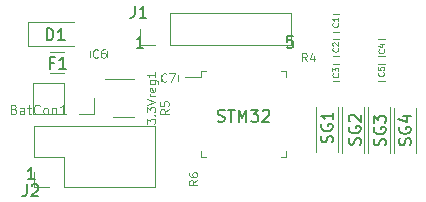
<source format=gbr>
%TF.GenerationSoftware,KiCad,Pcbnew,(5.1.8)-1*%
%TF.CreationDate,2020-12-26T00:02:07-07:00*%
%TF.ProjectId,Axle-Tx-PCB(STM32)v2,41786c65-2d54-4782-9d50-43422853544d,rev?*%
%TF.SameCoordinates,Original*%
%TF.FileFunction,Legend,Top*%
%TF.FilePolarity,Positive*%
%FSLAX46Y46*%
G04 Gerber Fmt 4.6, Leading zero omitted, Abs format (unit mm)*
G04 Created by KiCad (PCBNEW (5.1.8)-1) date 2020-12-26 00:02:07*
%MOMM*%
%LPD*%
G01*
G04 APERTURE LIST*
%ADD10C,0.150000*%
%ADD11C,0.120000*%
%ADD12C,0.100000*%
G04 APERTURE END LIST*
D10*
X4679914Y5719819D02*
X4108485Y5719819D01*
X4394200Y5719819D02*
X4394200Y6719819D01*
X4298961Y6576961D01*
X4203723Y6481723D01*
X4108485Y6434104D01*
X26539795Y17832319D02*
X26063604Y17832319D01*
X26015985Y17356128D01*
X26063604Y17403747D01*
X26158842Y17451366D01*
X26396938Y17451366D01*
X26492176Y17403747D01*
X26539795Y17356128D01*
X26587414Y17260890D01*
X26587414Y17022795D01*
X26539795Y16927557D01*
X26492176Y16879938D01*
X26396938Y16832319D01*
X26158842Y16832319D01*
X26063604Y16879938D01*
X26015985Y16927557D01*
X13887414Y16832319D02*
X13315985Y16832319D01*
X13601700Y16832319D02*
X13601700Y17832319D01*
X13506461Y17689461D01*
X13411223Y17594223D01*
X13315985Y17546604D01*
D11*
%TO.C,SG4*%
X35097200Y7935200D02*
X35097200Y11775200D01*
X36937200Y7935200D02*
X36937200Y11775200D01*
%TO.C,STM32*%
X25512000Y7616800D02*
X25962000Y7616800D01*
X25962000Y7616800D02*
X25962000Y8066800D01*
X19192000Y7616800D02*
X18742000Y7616800D01*
X18742000Y7616800D02*
X18742000Y8066800D01*
X25512000Y14836800D02*
X25962000Y14836800D01*
X25962000Y14836800D02*
X25962000Y14386800D01*
X19192000Y14836800D02*
X18742000Y14836800D01*
X18742000Y14836800D02*
X18742000Y14386800D01*
X18742000Y14386800D02*
X17452000Y14386800D01*
%TO.C,3.3Vreg1*%
X11292000Y10937600D02*
X13092000Y10937600D01*
X13092000Y14157600D02*
X10642000Y14157600D01*
%TO.C,J2*%
X14868200Y5020000D02*
X14868200Y10220000D01*
X7188200Y5020000D02*
X14868200Y5020000D01*
X4588200Y10220000D02*
X14868200Y10220000D01*
X7188200Y5020000D02*
X7188200Y7620000D01*
X7188200Y7620000D02*
X4588200Y7620000D01*
X4588200Y7620000D02*
X4588200Y10220000D01*
X5918200Y5020000D02*
X4588200Y5020000D01*
X4588200Y5020000D02*
X4588200Y6350000D01*
%TO.C,J1*%
X26399800Y17085000D02*
X26399800Y19745000D01*
X16179800Y17085000D02*
X26399800Y17085000D01*
X16179800Y19745000D02*
X26399800Y19745000D01*
X16179800Y17085000D02*
X16179800Y19745000D01*
X14909800Y17085000D02*
X13579800Y17085000D01*
X13579800Y17085000D02*
X13579800Y18415000D01*
%TO.C,SG3*%
X34752800Y11780280D02*
X34752800Y7940280D01*
X32912800Y11780280D02*
X32912800Y7940280D01*
%TO.C,C7*%
X15368600Y14035048D02*
X15368600Y14557552D01*
X16838600Y14035048D02*
X16838600Y14557552D01*
%TO.C,F1*%
X7155264Y16480200D02*
X5951136Y16480200D01*
X7155264Y14660200D02*
X5951136Y14660200D01*
%TO.C,D1*%
X4124600Y18983200D02*
X7974600Y18983200D01*
X4124600Y16983200D02*
X7974600Y16983200D01*
X4124600Y18983200D02*
X4124600Y16983200D01*
%TO.C,C5*%
X34309952Y15479700D02*
X33787448Y15479700D01*
X34309952Y14009700D02*
X33787448Y14009700D01*
%TO.C,C4*%
X34309952Y17575200D02*
X33787448Y17575200D01*
X34309952Y16105200D02*
X33787448Y16105200D01*
%TO.C,SG2*%
X30718240Y7955520D02*
X30718240Y11795520D01*
X32558240Y7955520D02*
X32558240Y11795520D01*
%TO.C,SG1*%
X30338280Y11810760D02*
X30338280Y7970760D01*
X28498280Y11810760D02*
X28498280Y7970760D01*
%TO.C,C6*%
X10844200Y16593452D02*
X10844200Y16070948D01*
X9374200Y16593452D02*
X9374200Y16070948D01*
%TO.C,C3*%
X29913948Y15479700D02*
X30436452Y15479700D01*
X29913948Y14009700D02*
X30436452Y14009700D01*
%TO.C,C2*%
X29913948Y17575200D02*
X30436452Y17575200D01*
X29913948Y16105200D02*
X30436452Y16105200D01*
%TO.C,C1*%
X29913948Y19670700D02*
X30436452Y19670700D01*
X29913948Y18200700D02*
X30436452Y18200700D01*
%TO.C,BatCon1*%
X7137400Y13877600D02*
X7137400Y11217600D01*
X7137400Y13877600D02*
X4537400Y13877600D01*
X4537400Y13877600D02*
X4537400Y11217600D01*
X7137400Y11217600D02*
X4537400Y11217600D01*
X9737400Y11217600D02*
X8407400Y11217600D01*
X9737400Y12547600D02*
X9737400Y11217600D01*
%TO.C,SG4*%
D10*
X36485461Y8593295D02*
X36533080Y8736152D01*
X36533080Y8974247D01*
X36485461Y9069485D01*
X36437842Y9117104D01*
X36342604Y9164723D01*
X36247366Y9164723D01*
X36152128Y9117104D01*
X36104509Y9069485D01*
X36056890Y8974247D01*
X36009271Y8783771D01*
X35961652Y8688533D01*
X35914033Y8640914D01*
X35818795Y8593295D01*
X35723557Y8593295D01*
X35628319Y8640914D01*
X35580700Y8688533D01*
X35533080Y8783771D01*
X35533080Y9021866D01*
X35580700Y9164723D01*
X35580700Y10117104D02*
X35533080Y10021866D01*
X35533080Y9879009D01*
X35580700Y9736152D01*
X35675938Y9640914D01*
X35771176Y9593295D01*
X35961652Y9545676D01*
X36104509Y9545676D01*
X36294985Y9593295D01*
X36390223Y9640914D01*
X36485461Y9736152D01*
X36533080Y9879009D01*
X36533080Y9974247D01*
X36485461Y10117104D01*
X36437842Y10164723D01*
X36104509Y10164723D01*
X36104509Y9974247D01*
X35866414Y11021866D02*
X36533080Y11021866D01*
X35485461Y10783771D02*
X36199747Y10545676D01*
X36199747Y11164723D01*
%TO.C,STM32*%
X20186923Y10628998D02*
X20329780Y10581379D01*
X20567876Y10581379D01*
X20663114Y10628998D01*
X20710733Y10676617D01*
X20758352Y10771855D01*
X20758352Y10867093D01*
X20710733Y10962331D01*
X20663114Y11009950D01*
X20567876Y11057569D01*
X20377400Y11105188D01*
X20282161Y11152807D01*
X20234542Y11200426D01*
X20186923Y11295664D01*
X20186923Y11390902D01*
X20234542Y11486140D01*
X20282161Y11533760D01*
X20377400Y11581379D01*
X20615495Y11581379D01*
X20758352Y11533760D01*
X21044066Y11581379D02*
X21615495Y11581379D01*
X21329780Y10581379D02*
X21329780Y11581379D01*
X21948828Y10581379D02*
X21948828Y11581379D01*
X22282161Y10867093D01*
X22615495Y11581379D01*
X22615495Y10581379D01*
X22996447Y11581379D02*
X23615495Y11581379D01*
X23282161Y11200426D01*
X23425019Y11200426D01*
X23520257Y11152807D01*
X23567876Y11105188D01*
X23615495Y11009950D01*
X23615495Y10771855D01*
X23567876Y10676617D01*
X23520257Y10628998D01*
X23425019Y10581379D01*
X23139304Y10581379D01*
X23044066Y10628998D01*
X22996447Y10676617D01*
X23996447Y11486140D02*
X24044066Y11533760D01*
X24139304Y11581379D01*
X24377400Y11581379D01*
X24472638Y11533760D01*
X24520257Y11486140D01*
X24567876Y11390902D01*
X24567876Y11295664D01*
X24520257Y11152807D01*
X23948828Y10581379D01*
X24567876Y10581379D01*
%TO.C,3.3Vreg1*%
D12*
X14196266Y10398400D02*
X14196266Y10831733D01*
X14462933Y10598400D01*
X14462933Y10698400D01*
X14496266Y10765066D01*
X14529600Y10798400D01*
X14596266Y10831733D01*
X14762933Y10831733D01*
X14829600Y10798400D01*
X14862933Y10765066D01*
X14896266Y10698400D01*
X14896266Y10498400D01*
X14862933Y10431733D01*
X14829600Y10398400D01*
X14829600Y11131733D02*
X14862933Y11165066D01*
X14896266Y11131733D01*
X14862933Y11098400D01*
X14829600Y11131733D01*
X14896266Y11131733D01*
X14196266Y11398400D02*
X14196266Y11831733D01*
X14462933Y11598400D01*
X14462933Y11698400D01*
X14496266Y11765066D01*
X14529600Y11798400D01*
X14596266Y11831733D01*
X14762933Y11831733D01*
X14829600Y11798400D01*
X14862933Y11765066D01*
X14896266Y11698400D01*
X14896266Y11498400D01*
X14862933Y11431733D01*
X14829600Y11398400D01*
X14196266Y12031733D02*
X14896266Y12265066D01*
X14196266Y12498400D01*
X14896266Y12731733D02*
X14429600Y12731733D01*
X14562933Y12731733D02*
X14496266Y12765066D01*
X14462933Y12798400D01*
X14429600Y12865066D01*
X14429600Y12931733D01*
X14862933Y13431733D02*
X14896266Y13365066D01*
X14896266Y13231733D01*
X14862933Y13165066D01*
X14796266Y13131733D01*
X14529600Y13131733D01*
X14462933Y13165066D01*
X14429600Y13231733D01*
X14429600Y13365066D01*
X14462933Y13431733D01*
X14529600Y13465066D01*
X14596266Y13465066D01*
X14662933Y13131733D01*
X14429600Y14065066D02*
X14996266Y14065066D01*
X15062933Y14031733D01*
X15096266Y13998400D01*
X15129600Y13931733D01*
X15129600Y13831733D01*
X15096266Y13765066D01*
X14862933Y14065066D02*
X14896266Y13998400D01*
X14896266Y13865066D01*
X14862933Y13798400D01*
X14829600Y13765066D01*
X14762933Y13731733D01*
X14562933Y13731733D01*
X14496266Y13765066D01*
X14462933Y13798400D01*
X14429600Y13865066D01*
X14429600Y13998400D01*
X14462933Y14065066D01*
X14896266Y14765066D02*
X14896266Y14365066D01*
X14896266Y14565066D02*
X14196266Y14565066D01*
X14296266Y14498400D01*
X14362933Y14431733D01*
X14396266Y14365066D01*
%TO.C,R6*%
X18452266Y5623733D02*
X18118933Y5390400D01*
X18452266Y5223733D02*
X17752266Y5223733D01*
X17752266Y5490400D01*
X17785600Y5557066D01*
X17818933Y5590400D01*
X17885600Y5623733D01*
X17985600Y5623733D01*
X18052266Y5590400D01*
X18085600Y5557066D01*
X18118933Y5490400D01*
X18118933Y5223733D01*
X17752266Y6223733D02*
X17752266Y6090400D01*
X17785600Y6023733D01*
X17818933Y5990400D01*
X17918933Y5923733D01*
X18052266Y5890400D01*
X18318933Y5890400D01*
X18385600Y5923733D01*
X18418933Y5957066D01*
X18452266Y6023733D01*
X18452266Y6157066D01*
X18418933Y6223733D01*
X18385600Y6257066D01*
X18318933Y6290400D01*
X18152266Y6290400D01*
X18085600Y6257066D01*
X18052266Y6223733D01*
X18018933Y6157066D01*
X18018933Y6023733D01*
X18052266Y5957066D01*
X18085600Y5923733D01*
X18152266Y5890400D01*
%TO.C,J2*%
D10*
X3997366Y5259319D02*
X3997366Y4545033D01*
X3949747Y4402176D01*
X3854509Y4306938D01*
X3711652Y4259319D01*
X3616414Y4259319D01*
X4425938Y5164080D02*
X4473557Y5211700D01*
X4568795Y5259319D01*
X4806890Y5259319D01*
X4902128Y5211700D01*
X4949747Y5164080D01*
X4997366Y5068842D01*
X4997366Y4973604D01*
X4949747Y4830747D01*
X4378319Y4259319D01*
X4997366Y4259319D01*
%TO.C,J1*%
X13141366Y20372319D02*
X13141366Y19658033D01*
X13093747Y19515176D01*
X12998509Y19419938D01*
X12855652Y19372319D01*
X12760414Y19372319D01*
X14141366Y19372319D02*
X13569938Y19372319D01*
X13855652Y19372319D02*
X13855652Y20372319D01*
X13760414Y20229461D01*
X13665176Y20134223D01*
X13569938Y20086604D01*
%TO.C,SG3*%
X34354401Y8562815D02*
X34402020Y8705672D01*
X34402020Y8943767D01*
X34354401Y9039005D01*
X34306782Y9086624D01*
X34211544Y9134243D01*
X34116306Y9134243D01*
X34021068Y9086624D01*
X33973449Y9039005D01*
X33925830Y8943767D01*
X33878211Y8753291D01*
X33830592Y8658053D01*
X33782973Y8610434D01*
X33687735Y8562815D01*
X33592497Y8562815D01*
X33497259Y8610434D01*
X33449640Y8658053D01*
X33402020Y8753291D01*
X33402020Y8991386D01*
X33449640Y9134243D01*
X33449640Y10086624D02*
X33402020Y9991386D01*
X33402020Y9848529D01*
X33449640Y9705672D01*
X33544878Y9610434D01*
X33640116Y9562815D01*
X33830592Y9515196D01*
X33973449Y9515196D01*
X34163925Y9562815D01*
X34259163Y9610434D01*
X34354401Y9705672D01*
X34402020Y9848529D01*
X34402020Y9943767D01*
X34354401Y10086624D01*
X34306782Y10134243D01*
X33973449Y10134243D01*
X33973449Y9943767D01*
X33402020Y10467577D02*
X33402020Y11086624D01*
X33782973Y10753291D01*
X33782973Y10896148D01*
X33830592Y10991386D01*
X33878211Y11039005D01*
X33973449Y11086624D01*
X34211544Y11086624D01*
X34306782Y11039005D01*
X34354401Y10991386D01*
X34402020Y10896148D01*
X34402020Y10610434D01*
X34354401Y10515196D01*
X34306782Y10467577D01*
%TO.C,R4*%
D12*
X27721733Y15685333D02*
X27488400Y16018666D01*
X27321733Y15685333D02*
X27321733Y16385333D01*
X27588400Y16385333D01*
X27655066Y16352000D01*
X27688400Y16318666D01*
X27721733Y16252000D01*
X27721733Y16152000D01*
X27688400Y16085333D01*
X27655066Y16052000D01*
X27588400Y16018666D01*
X27321733Y16018666D01*
X28321733Y16152000D02*
X28321733Y15685333D01*
X28155066Y16418666D02*
X27988400Y15918666D01*
X28421733Y15918666D01*
%TO.C,C7*%
X15834533Y14024800D02*
X15801200Y13991466D01*
X15701200Y13958133D01*
X15634533Y13958133D01*
X15534533Y13991466D01*
X15467866Y14058133D01*
X15434533Y14124800D01*
X15401200Y14258133D01*
X15401200Y14358133D01*
X15434533Y14491466D01*
X15467866Y14558133D01*
X15534533Y14624800D01*
X15634533Y14658133D01*
X15701200Y14658133D01*
X15801200Y14624800D01*
X15834533Y14591466D01*
X16067866Y14658133D02*
X16534533Y14658133D01*
X16234533Y13958133D01*
%TO.C,R5*%
X16039266Y11643533D02*
X15705933Y11410200D01*
X16039266Y11243533D02*
X15339266Y11243533D01*
X15339266Y11510200D01*
X15372600Y11576866D01*
X15405933Y11610200D01*
X15472600Y11643533D01*
X15572600Y11643533D01*
X15639266Y11610200D01*
X15672600Y11576866D01*
X15705933Y11510200D01*
X15705933Y11243533D01*
X15339266Y12276866D02*
X15339266Y11943533D01*
X15672600Y11910200D01*
X15639266Y11943533D01*
X15605933Y12010200D01*
X15605933Y12176866D01*
X15639266Y12243533D01*
X15672600Y12276866D01*
X15739266Y12310200D01*
X15905933Y12310200D01*
X15972600Y12276866D01*
X16005933Y12243533D01*
X16039266Y12176866D01*
X16039266Y12010200D01*
X16005933Y11943533D01*
X15972600Y11910200D01*
%TO.C,F1*%
D10*
X6283366Y15578128D02*
X5950033Y15578128D01*
X5950033Y15054319D02*
X5950033Y16054319D01*
X6426223Y16054319D01*
X7330985Y15054319D02*
X6759557Y15054319D01*
X7045271Y15054319D02*
X7045271Y16054319D01*
X6950033Y15911461D01*
X6854795Y15816223D01*
X6759557Y15768604D01*
%TO.C,D1*%
X5688104Y17467319D02*
X5688104Y18467319D01*
X5926200Y18467319D01*
X6069057Y18419700D01*
X6164295Y18324461D01*
X6211914Y18229223D01*
X6259533Y18038747D01*
X6259533Y17895890D01*
X6211914Y17705414D01*
X6164295Y17610176D01*
X6069057Y17514938D01*
X5926200Y17467319D01*
X5688104Y17467319D01*
X7211914Y17467319D02*
X6640485Y17467319D01*
X6926200Y17467319D02*
X6926200Y18467319D01*
X6830961Y18324461D01*
X6735723Y18229223D01*
X6640485Y18181604D01*
%TO.C,C5*%
D12*
X34214571Y14750266D02*
X34238380Y14726457D01*
X34262190Y14655028D01*
X34262190Y14607409D01*
X34238380Y14535980D01*
X34190761Y14488361D01*
X34143142Y14464552D01*
X34047904Y14440742D01*
X33976476Y14440742D01*
X33881238Y14464552D01*
X33833619Y14488361D01*
X33786000Y14535980D01*
X33762190Y14607409D01*
X33762190Y14655028D01*
X33786000Y14726457D01*
X33809809Y14750266D01*
X33762190Y15202647D02*
X33762190Y14964552D01*
X34000285Y14940742D01*
X33976476Y14964552D01*
X33952666Y15012171D01*
X33952666Y15131219D01*
X33976476Y15178838D01*
X34000285Y15202647D01*
X34047904Y15226457D01*
X34166952Y15226457D01*
X34214571Y15202647D01*
X34238380Y15178838D01*
X34262190Y15131219D01*
X34262190Y15012171D01*
X34238380Y14964552D01*
X34214571Y14940742D01*
%TO.C,C4*%
X34227271Y16693366D02*
X34251080Y16669557D01*
X34274890Y16598128D01*
X34274890Y16550509D01*
X34251080Y16479080D01*
X34203461Y16431461D01*
X34155842Y16407652D01*
X34060604Y16383842D01*
X33989176Y16383842D01*
X33893938Y16407652D01*
X33846319Y16431461D01*
X33798700Y16479080D01*
X33774890Y16550509D01*
X33774890Y16598128D01*
X33798700Y16669557D01*
X33822509Y16693366D01*
X33941557Y17121938D02*
X34274890Y17121938D01*
X33751080Y17002890D02*
X34108223Y16883842D01*
X34108223Y17193366D01*
%TO.C,SG2*%
D10*
X32230961Y8644095D02*
X32278580Y8786952D01*
X32278580Y9025047D01*
X32230961Y9120285D01*
X32183342Y9167904D01*
X32088104Y9215523D01*
X31992866Y9215523D01*
X31897628Y9167904D01*
X31850009Y9120285D01*
X31802390Y9025047D01*
X31754771Y8834571D01*
X31707152Y8739333D01*
X31659533Y8691714D01*
X31564295Y8644095D01*
X31469057Y8644095D01*
X31373819Y8691714D01*
X31326200Y8739333D01*
X31278580Y8834571D01*
X31278580Y9072666D01*
X31326200Y9215523D01*
X31326200Y10167904D02*
X31278580Y10072666D01*
X31278580Y9929809D01*
X31326200Y9786952D01*
X31421438Y9691714D01*
X31516676Y9644095D01*
X31707152Y9596476D01*
X31850009Y9596476D01*
X32040485Y9644095D01*
X32135723Y9691714D01*
X32230961Y9786952D01*
X32278580Y9929809D01*
X32278580Y10025047D01*
X32230961Y10167904D01*
X32183342Y10215523D01*
X31850009Y10215523D01*
X31850009Y10025047D01*
X31373819Y10596476D02*
X31326200Y10644095D01*
X31278580Y10739333D01*
X31278580Y10977428D01*
X31326200Y11072666D01*
X31373819Y11120285D01*
X31469057Y11167904D01*
X31564295Y11167904D01*
X31707152Y11120285D01*
X32278580Y10548857D01*
X32278580Y11167904D01*
%TO.C,SG1*%
X29899241Y8826975D02*
X29946860Y8969832D01*
X29946860Y9207927D01*
X29899241Y9303165D01*
X29851622Y9350784D01*
X29756384Y9398403D01*
X29661146Y9398403D01*
X29565908Y9350784D01*
X29518289Y9303165D01*
X29470670Y9207927D01*
X29423051Y9017451D01*
X29375432Y8922213D01*
X29327813Y8874594D01*
X29232575Y8826975D01*
X29137337Y8826975D01*
X29042099Y8874594D01*
X28994480Y8922213D01*
X28946860Y9017451D01*
X28946860Y9255546D01*
X28994480Y9398403D01*
X28994480Y10350784D02*
X28946860Y10255546D01*
X28946860Y10112689D01*
X28994480Y9969832D01*
X29089718Y9874594D01*
X29184956Y9826975D01*
X29375432Y9779356D01*
X29518289Y9779356D01*
X29708765Y9826975D01*
X29804003Y9874594D01*
X29899241Y9969832D01*
X29946860Y10112689D01*
X29946860Y10207927D01*
X29899241Y10350784D01*
X29851622Y10398403D01*
X29518289Y10398403D01*
X29518289Y10207927D01*
X29946860Y11350784D02*
X29946860Y10779356D01*
X29946860Y11065070D02*
X28946860Y11065070D01*
X29089718Y10969832D01*
X29184956Y10874594D01*
X29232575Y10779356D01*
%TO.C,C6*%
D12*
X10043333Y16056800D02*
X10010000Y16023466D01*
X9910000Y15990133D01*
X9843333Y15990133D01*
X9743333Y16023466D01*
X9676666Y16090133D01*
X9643333Y16156800D01*
X9610000Y16290133D01*
X9610000Y16390133D01*
X9643333Y16523466D01*
X9676666Y16590133D01*
X9743333Y16656800D01*
X9843333Y16690133D01*
X9910000Y16690133D01*
X10010000Y16656800D01*
X10043333Y16623466D01*
X10643333Y16690133D02*
X10510000Y16690133D01*
X10443333Y16656800D01*
X10410000Y16623466D01*
X10343333Y16523466D01*
X10310000Y16390133D01*
X10310000Y16123466D01*
X10343333Y16056800D01*
X10376666Y16023466D01*
X10443333Y15990133D01*
X10576666Y15990133D01*
X10643333Y16023466D01*
X10676666Y16056800D01*
X10710000Y16123466D01*
X10710000Y16290133D01*
X10676666Y16356800D01*
X10643333Y16390133D01*
X10576666Y16423466D01*
X10443333Y16423466D01*
X10376666Y16390133D01*
X10343333Y16356800D01*
X10310000Y16290133D01*
%TO.C,C3*%
X30353771Y14661366D02*
X30377580Y14637557D01*
X30401390Y14566128D01*
X30401390Y14518509D01*
X30377580Y14447080D01*
X30329961Y14399461D01*
X30282342Y14375652D01*
X30187104Y14351842D01*
X30115676Y14351842D01*
X30020438Y14375652D01*
X29972819Y14399461D01*
X29925200Y14447080D01*
X29901390Y14518509D01*
X29901390Y14566128D01*
X29925200Y14637557D01*
X29949009Y14661366D01*
X29901390Y14828033D02*
X29901390Y15137557D01*
X30091866Y14970890D01*
X30091866Y15042319D01*
X30115676Y15089938D01*
X30139485Y15113747D01*
X30187104Y15137557D01*
X30306152Y15137557D01*
X30353771Y15113747D01*
X30377580Y15089938D01*
X30401390Y15042319D01*
X30401390Y14899461D01*
X30377580Y14851842D01*
X30353771Y14828033D01*
%TO.C,C2*%
X30353771Y16820366D02*
X30377580Y16796557D01*
X30401390Y16725128D01*
X30401390Y16677509D01*
X30377580Y16606080D01*
X30329961Y16558461D01*
X30282342Y16534652D01*
X30187104Y16510842D01*
X30115676Y16510842D01*
X30020438Y16534652D01*
X29972819Y16558461D01*
X29925200Y16606080D01*
X29901390Y16677509D01*
X29901390Y16725128D01*
X29925200Y16796557D01*
X29949009Y16820366D01*
X29949009Y17010842D02*
X29925200Y17034652D01*
X29901390Y17082271D01*
X29901390Y17201319D01*
X29925200Y17248938D01*
X29949009Y17272747D01*
X29996628Y17296557D01*
X30044247Y17296557D01*
X30115676Y17272747D01*
X30401390Y16987033D01*
X30401390Y17296557D01*
%TO.C,C1*%
X30332271Y18915866D02*
X30356080Y18892057D01*
X30379890Y18820628D01*
X30379890Y18773009D01*
X30356080Y18701580D01*
X30308461Y18653961D01*
X30260842Y18630152D01*
X30165604Y18606342D01*
X30094176Y18606342D01*
X29998938Y18630152D01*
X29951319Y18653961D01*
X29903700Y18701580D01*
X29879890Y18773009D01*
X29879890Y18820628D01*
X29903700Y18892057D01*
X29927509Y18915866D01*
X30379890Y19392057D02*
X30379890Y19106342D01*
X30379890Y19249200D02*
X29879890Y19249200D01*
X29951319Y19201580D01*
X29998938Y19153961D01*
X30022747Y19106342D01*
%TO.C,BatCon1*%
X2927604Y11626842D02*
X3041890Y11588747D01*
X3079985Y11550652D01*
X3118080Y11474461D01*
X3118080Y11360176D01*
X3079985Y11283985D01*
X3041890Y11245890D01*
X2965699Y11207795D01*
X2660938Y11207795D01*
X2660938Y12007795D01*
X2927604Y12007795D01*
X3003795Y11969700D01*
X3041890Y11931604D01*
X3079985Y11855414D01*
X3079985Y11779223D01*
X3041890Y11703033D01*
X3003795Y11664938D01*
X2927604Y11626842D01*
X2660938Y11626842D01*
X3803795Y11207795D02*
X3803795Y11626842D01*
X3765699Y11703033D01*
X3689509Y11741128D01*
X3537128Y11741128D01*
X3460938Y11703033D01*
X3803795Y11245890D02*
X3727604Y11207795D01*
X3537128Y11207795D01*
X3460938Y11245890D01*
X3422842Y11322080D01*
X3422842Y11398271D01*
X3460938Y11474461D01*
X3537128Y11512557D01*
X3727604Y11512557D01*
X3803795Y11550652D01*
X4070461Y11741128D02*
X4375223Y11741128D01*
X4184747Y12007795D02*
X4184747Y11322080D01*
X4222842Y11245890D01*
X4299033Y11207795D01*
X4375223Y11207795D01*
X5099033Y11283985D02*
X5060938Y11245890D01*
X4946652Y11207795D01*
X4870461Y11207795D01*
X4756176Y11245890D01*
X4679985Y11322080D01*
X4641890Y11398271D01*
X4603795Y11550652D01*
X4603795Y11664938D01*
X4641890Y11817319D01*
X4679985Y11893509D01*
X4756176Y11969700D01*
X4870461Y12007795D01*
X4946652Y12007795D01*
X5060938Y11969700D01*
X5099033Y11931604D01*
X5556176Y11207795D02*
X5479985Y11245890D01*
X5441890Y11283985D01*
X5403795Y11360176D01*
X5403795Y11588747D01*
X5441890Y11664938D01*
X5479985Y11703033D01*
X5556176Y11741128D01*
X5670461Y11741128D01*
X5746652Y11703033D01*
X5784747Y11664938D01*
X5822842Y11588747D01*
X5822842Y11360176D01*
X5784747Y11283985D01*
X5746652Y11245890D01*
X5670461Y11207795D01*
X5556176Y11207795D01*
X6165699Y11741128D02*
X6165699Y11207795D01*
X6165699Y11664938D02*
X6203795Y11703033D01*
X6279985Y11741128D01*
X6394271Y11741128D01*
X6470461Y11703033D01*
X6508557Y11626842D01*
X6508557Y11207795D01*
X7308557Y11207795D02*
X6851414Y11207795D01*
X7079985Y11207795D02*
X7079985Y12007795D01*
X7003795Y11893509D01*
X6927604Y11817319D01*
X6851414Y11779223D01*
%TD*%
M02*

</source>
